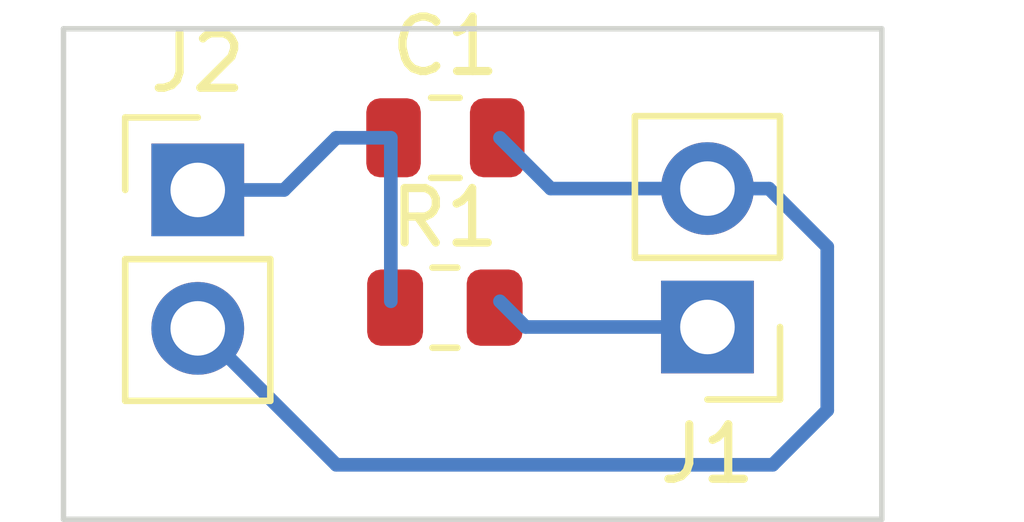
<source format=kicad_pcb>
(kicad_pcb (version 20221018) (generator pcbnew)
  (layers (0 "F.Cu" signal) (31 "B.Cu" signal) (34 "B.Paste" user) (35 "F.Paste" user) (36 "B.SilkS" user "B.Silkscreen") (37 "F.SilkS" user "F.Silkscreen") (38 "B.Mask" user) (39 "F.Mask" user) (44 "Edge.Cuts" user))
  (net 0 "")
  (net 1 "Net-(C1-Pad2)")
  (net 2 "Net-(C1-Pad1)")
  (net 3 "Net-(J1-Pad1)")
  (footprint "Capacitor_SMD:C_0805_2012Metric" (layer "F.Cu") (at 138 93)
    (fp_text reference "C1" (at 0 -1.68) (layer "F.SilkS"))
    (fp_text value "1nF")
    (fp_line (start -0.261252 -0.735) (end 0.261252 -0.735) (stroke (width 0.12)) (layer "F.SilkS"))
    (fp_line (start -0.261252 0.735) (end 0.261252 0.735) (stroke (width 0.12)) (layer "F.SilkS"))
    (pad "1" smd roundrect (at -0.95 0) (size 1 1.45) (layers "F.Cu" "F.Paste" "F.Mask") (net 2 "Net-(C1-Pad1)"))
    (pad "2" smd roundrect (at 0.95 0) (size 1 1.45) (layers "F.Cu" "F.Paste" "F.Mask") (net 1 "Net-(C1-Pad2)"))
  )
  (footprint "Connector_PinHeader_2.54mm:PinHeader_1x02_P2.54mm_Vertical" (layer "F.Cu") (at 133.4609 93.95672)
    (fp_text reference "J2" (at 0 -2.33) (layer "F.SilkS"))
    (fp_text value "Molex KK")
    (fp_line (start -1.33 -1.33) (end 0 -1.33) (stroke (width 0.12)) (layer "F.SilkS"))
    (fp_line (start -1.33 0) (end -1.33 -1.33) (stroke (width 0.12)) (layer "F.SilkS"))
    (fp_line (start -1.33 1.27) (end -1.33 3.87) (stroke (width 0.12)) (layer "F.SilkS"))
    (fp_line (start -1.33 1.27) (end 1.33 1.27) (stroke (width 0.12)) (layer "F.SilkS"))
    (fp_line (start -1.33 3.87) (end 1.33 3.87) (stroke (width 0.12)) (layer "F.SilkS"))
    (fp_line (start 1.33 1.27) (end 1.33 3.87) (stroke (width 0.12)) (layer "F.SilkS"))
    (pad "1" thru_hole rect (at 0 0) (size 1.7 1.7) (drill 1) (layers "*.Cu" "*.Mask") (net 2 "Net-(C1-Pad1)"))
    (pad "2" thru_hole oval (at 0 2.54) (size 1.7 1.7) (drill 1) (layers "*.Cu" "*.Mask") (net 1 "Net-(C1-Pad2)"))
  )
  (footprint "Resistor_SMD:R_0805_2012Metric" (layer "F.Cu") (at 137.9909 96.11672)
    (fp_text reference "R1" (at 0 -1.65) (layer "F.SilkS"))
    (fp_text value "1k")
    (fp_line (start -0.227064 -0.735) (end 0.227064 -0.735) (stroke (width 0.12)) (layer "F.SilkS"))
    (fp_line (start -0.227064 0.735) (end 0.227064 0.735) (stroke (width 0.12)) (layer "F.SilkS"))
    (pad "1" smd roundrect (at -0.9125 0) (size 1.025 1.4) (layers "F.Cu" "F.Paste" "F.Mask") (roundrect_rratio 0.243902) (net 2 "Net-(C1-Pad1)"))
    (pad "2" smd roundrect (at 0.9125 0) (size 1.025 1.4) (layers "F.Cu" "F.Paste" "F.Mask") (roundrect_rratio 0.243902) (net 3 "Net-(J1-Pad1)"))
  )
  (footprint "Connector_PinHeader_2.54mm:PinHeader_1x02_P2.54mm_Vertical" (layer "F.Cu") (at 142.80388 96.47174 180)
    (fp_text reference "J1" (at 0 -2.33) (layer "F.SilkS"))
    (fp_text value "Molex KK ñoño")
    (fp_line (start -1.33 -1.33) (end 0 -1.33) (stroke (width 0.12)) (layer "F.SilkS"))
    (fp_line (start -1.33 0) (end -1.33 -1.33) (stroke (width 0.12)) (layer "F.SilkS"))
    (fp_line (start -1.33 1.27) (end -1.33 3.87) (stroke (width 0.12)) (layer "F.SilkS"))
    (fp_line (start -1.33 1.27) (end 1.33 1.27) (stroke (width 0.12)) (layer "F.SilkS"))
    (fp_line (start -1.33 3.87) (end 1.33 3.87) (stroke (width 0.12)) (layer "F.SilkS"))
    (fp_line (start 1.33 1.27) (end 1.33 3.87) (stroke (width 0.12)) (layer "F.SilkS"))
    (pad "1" thru_hole rect (at 0 0 180) (size 1.7 1.7) (drill 1) (layers "*.Cu" "*.Mask") (net 3 "Net-(J1-Pad1)"))
    (pad "2" thru_hole oval (at 0 2.54 180) (size 1.7 1.7) (drill 1) (layers "*.Cu" "*.Mask") (net 1 "Net-(C1-Pad2)"))
  )
  (gr_line (start 131 100) (end 131 91) (stroke (width 0.1)) (layer "Edge.Cuts"))
  (gr_line (start 131 91) (end 146 91) (stroke (width 0.1)) (layer "Edge.Cuts"))
  (gr_line (start 146 100) (end 131 100) (stroke (width 0.1)) (layer "Edge.Cuts"))
  (gr_line (start 146 91) (end 146 100) (stroke (width 0.1)) (layer "Edge.Cuts"))
  (segment (start 145 98) (end 145 95) (width 0.25) (layer "B.Cu") (net 1))
  (segment (start 143.93174 93.93174) (end 142.80388 93.93174) (width 0.25) (layer "B.Cu") (net 1))
  (segment (start 133.49672 96.49672) (end 136 99) (width 0.25) (layer "B.Cu") (net 1))
  (segment (start 133.4609 96.49672) (end 133.49672 96.49672) (width 0.25) (layer "B.Cu") (net 1))
  (segment (start 144 99) (end 145 98) (width 0.25) (layer "B.Cu") (net 1))
  (segment (start 139.93174 93.93174) (end 139 93) (width 0.25) (layer "B.Cu") (net 1))
  (segment (start 136 99) (end 144 99) (width 0.25) (layer "B.Cu") (net 1))
  (segment (start 145 95) (end 143.93174 93.93174) (width 0.25) (layer "B.Cu") (net 1))
  (segment (start 142.80388 93.93174) (end 139.93174 93.93174) (width 0.25) (layer "B.Cu") (net 1))
  (segment (start 135.04328 93.95672) (end 136 93) (width 0.25) (layer "B.Cu") (net 2))
  (segment (start 136 93) (end 137 93) (width 0.25) (layer "B.Cu") (net 2))
  (segment (start 133.4609 93.95672) (end 135.04328 93.95672) (width 0.25) (layer "B.Cu") (net 2))
  (segment (start 137 93) (end 137 96) (width 0.25) (layer "B.Cu") (net 2))
  (segment (start 139.47174 96.47174) (end 139 96) (width 0.25) (layer "B.Cu") (net 3))
  (segment (start 142.80388 96.47174) (end 139.47174 96.47174) (width 0.25) (layer "B.Cu") (net 3))
)
</source>
